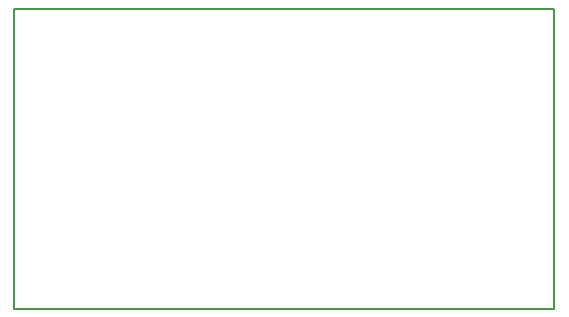
<source format=gbr>
%TF.GenerationSoftware,KiCad,Pcbnew,(5.1.6)-1*%
%TF.CreationDate,2021-01-10T14:53:30+01:00*%
%TF.ProjectId,dcBreak,64634272-6561-46b2-9e6b-696361645f70,rev?*%
%TF.SameCoordinates,Original*%
%TF.FileFunction,Profile,NP*%
%FSLAX46Y46*%
G04 Gerber Fmt 4.6, Leading zero omitted, Abs format (unit mm)*
G04 Created by KiCad (PCBNEW (5.1.6)-1) date 2021-01-10 14:53:30*
%MOMM*%
%LPD*%
G01*
G04 APERTURE LIST*
%TA.AperFunction,Profile*%
%ADD10C,0.150000*%
%TD*%
G04 APERTURE END LIST*
D10*
X88900000Y-135890000D02*
X88900000Y-110490000D01*
X134620000Y-135890000D02*
X88900000Y-135890000D01*
X134620000Y-110490000D02*
X134620000Y-135890000D01*
X88900000Y-110490000D02*
X134620000Y-110490000D01*
M02*

</source>
